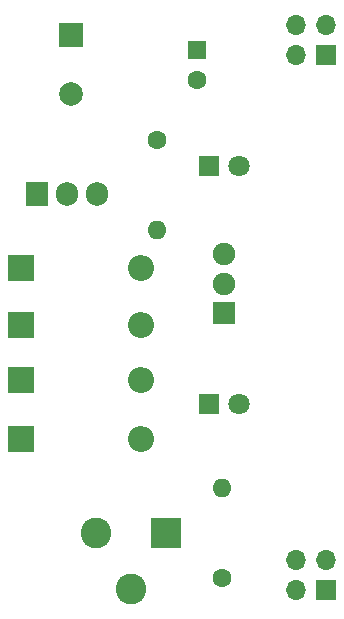
<source format=gts>
%TF.GenerationSoftware,KiCad,Pcbnew,(6.0.1)*%
%TF.CreationDate,2022-04-22T15:44:47-05:00*%
%TF.ProjectId,BreadboardPowerSupply_v2,42726561-6462-46f6-9172-64506f776572,2*%
%TF.SameCoordinates,Original*%
%TF.FileFunction,Soldermask,Top*%
%TF.FilePolarity,Negative*%
%FSLAX46Y46*%
G04 Gerber Fmt 4.6, Leading zero omitted, Abs format (unit mm)*
G04 Created by KiCad (PCBNEW (6.0.1)) date 2022-04-22 15:44:47*
%MOMM*%
%LPD*%
G01*
G04 APERTURE LIST*
%ADD10R,1.700000X1.700000*%
%ADD11O,1.700000X1.700000*%
%ADD12R,1.600000X1.600000*%
%ADD13C,1.600000*%
%ADD14O,1.600000X1.600000*%
%ADD15R,2.600000X2.600000*%
%ADD16C,2.600000*%
%ADD17R,2.000000X2.000000*%
%ADD18C,2.000000*%
%ADD19R,1.905000X2.000000*%
%ADD20O,1.905000X2.000000*%
%ADD21R,2.200000X2.200000*%
%ADD22O,2.200000X2.200000*%
%ADD23R,1.800000X1.800000*%
%ADD24C,1.800000*%
%ADD25R,1.900000X1.900000*%
%ADD26C,1.900000*%
G04 APERTURE END LIST*
D10*
%TO.C,J2*%
X167772000Y-113924000D03*
D11*
X165232000Y-113924000D03*
X167772000Y-111384000D03*
X165232000Y-111384000D03*
%TD*%
D12*
%TO.C,C2*%
X156845000Y-68199000D03*
D13*
X156845000Y-70699000D03*
%TD*%
%TO.C,R1*%
X159004000Y-112903000D03*
D14*
X159004000Y-105283000D03*
%TD*%
D15*
%TO.C,J1*%
X154282000Y-109105000D03*
D16*
X148282000Y-109105000D03*
X151282000Y-113805000D03*
%TD*%
D17*
%TO.C,C1*%
X146177000Y-66929000D03*
D18*
X146177000Y-71929000D03*
%TD*%
D19*
%TO.C,U1*%
X143346000Y-80391000D03*
D20*
X145886000Y-80391000D03*
X148426000Y-80391000D03*
%TD*%
D21*
%TO.C,D1*%
X141986000Y-101092000D03*
D22*
X152146000Y-101092000D03*
%TD*%
D21*
%TO.C,D2*%
X141986000Y-96139000D03*
D22*
X152146000Y-96139000D03*
%TD*%
D23*
%TO.C,D5*%
X157856000Y-98164000D03*
D24*
X160396000Y-98164000D03*
%TD*%
D21*
%TO.C,D3*%
X141986000Y-91440000D03*
D22*
X152146000Y-91440000D03*
%TD*%
D13*
%TO.C,R2*%
X153521000Y-75819000D03*
D14*
X153521000Y-83439000D03*
%TD*%
D10*
%TO.C,J3*%
X167772000Y-68585000D03*
D11*
X165232000Y-68585000D03*
X167772000Y-66045000D03*
X165232000Y-66045000D03*
%TD*%
D25*
%TO.C,SW1*%
X159131000Y-90468000D03*
D26*
X159131000Y-87968000D03*
X159131000Y-85468000D03*
%TD*%
D21*
%TO.C,D4*%
X141986000Y-86614000D03*
D22*
X152146000Y-86614000D03*
%TD*%
D23*
%TO.C,D6*%
X157856000Y-78012000D03*
D24*
X160396000Y-78012000D03*
%TD*%
M02*

</source>
